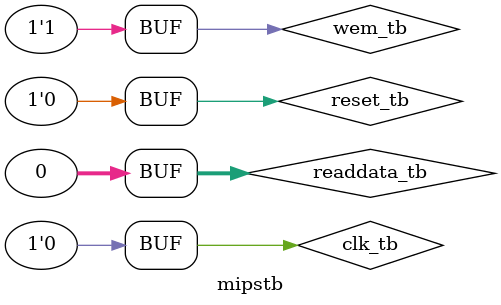
<source format=v>
`timescale 1ns / 1ps

module mipstb;

reg reset_tb;
reg clk_tb;
reg wem_tb;
wire [31:0] pc_tb, instr_tb;
reg [31:0] readdata_tb;
wire memwrite_tb;
wire [31:0] dataaddr_tb, writedata_tb;
wire [31:0] dmemdata_tb;


mips mipstb(
 .clk(clk_tb),
 .reset(reset_tb),
 .pc(pc_tb),
 .instr(instr_tb),
 .memwrite(memwrite_tb),
 .aluout(dataaddr_tb),
 .writedata(writedata_tb),
 .readdata(readdata_tb)
 );
 
imem imemtb(
 .a(pc_tb[7:2]),
 .dOut(instr_tb)
);

dmem dmemtb(
 .clk(clk_tb),
 .we(wem_tb),
 .addr({26'b0,dataaddr_tb[7:2]}),
 .dIn(writedata_tb),
 .dOut(dmemdata_tb)
);

initial
begin
reset_tb=1;
clk_tb=0;
wem_tb=1;
readdata_tb=0;
#10;

reset_tb=0;
#10;

clk_tb=~clk_tb;
#10;
clk_tb=~clk_tb;
#10;

clk_tb=~clk_tb;
#10;
clk_tb=~clk_tb;
#10;

clk_tb=~clk_tb;
#10;
clk_tb=~clk_tb;
#10;

clk_tb=~clk_tb;
#10;
clk_tb=~clk_tb;
#10;

clk_tb=~clk_tb;
#10;
clk_tb=~clk_tb;
#10;


end
endmodule

</source>
